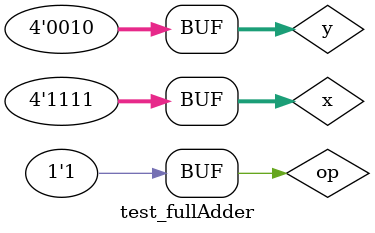
<source format=v>
 
module fullAdder (output s1, output s0,
                               input a,  
                               input b,  
                               input ci);
   wire x,y,z;
   xorgate XOR1(x,a,b);
   andgate AND1(y,a,b);
   xorgate XOR2(s1,x,ci);
   andgate AND2(z,x,ci);
   orgate OR2(s0,z,y);



endmodule // fullAdder

module fullAS4 (output [4:0] s,
                               input [3:0] a,
                               input [3:0] b,
										 input op);
   wire v1,v2,v3,v0,x1,x2,x3,x4;
	xorgate XOR1(x1,b[0],op);
	xorgate XOR2(x2,b[1],op);
	xorgate XOR3(x3,b[2],op);
	xorgate XOR4(x4,b[3],op);
   fullAdder HA1(s[0],v0,a[0],x1,op);
   fullAdder FA1(s[1],v1,a[1],x2,v0);
   fullAdder FA2(s[2],v2,a[2],x3,v1);
   fullAdder FA3(s[3],v3,a[3],x4,v2);
   xorgate XOR5(s[4],v3,op);

endmodule // fullAdder

module andgate (output s,
                               input a,  
                               input b);
  assign s = a & b;
endmodule

module xorgate (output s,
                               input a,  
                               input b);
  assign s = a ^ b;
endmodule
module orgate (output s,
                               input a,  
                               input b);
  assign s = a | b;
endmodule

module test_fullAdder; 
// ------------------------- definir dados 
      reg [3:0] x = 4'b0000; 
      reg [3:0] y = 4'b0000; 
      reg op = 0;
      wire [4:0] result;
      
      fullAS4 FAS41(result,x,y,op);

 
// ------------------------- parte principal 
 initial begin 
      $display("Exemplo0021 - André Henriques Fernandes - 427386");
      $display("Test ALUs full adder"); 
 
      $monitor("%4b -> %4b %4b = %4b",op,x,y,result);
      
      #1 x=4'b0110; y=4'b0100; op=0;

      #1 x=4'b0111; y=4'b0111; op=1;

      #1 x=4'b0101; y=4'b0111; op=0;

      #1 x=4'b0011; y=4'b0100; op=0;

      #1 x=4'b0100; y=4'b0010; op=1;
		
		#1 x=4'b1111; y=4'b0010; op=1;
 
 end 
 
endmodule // test_fullAdder
</source>
